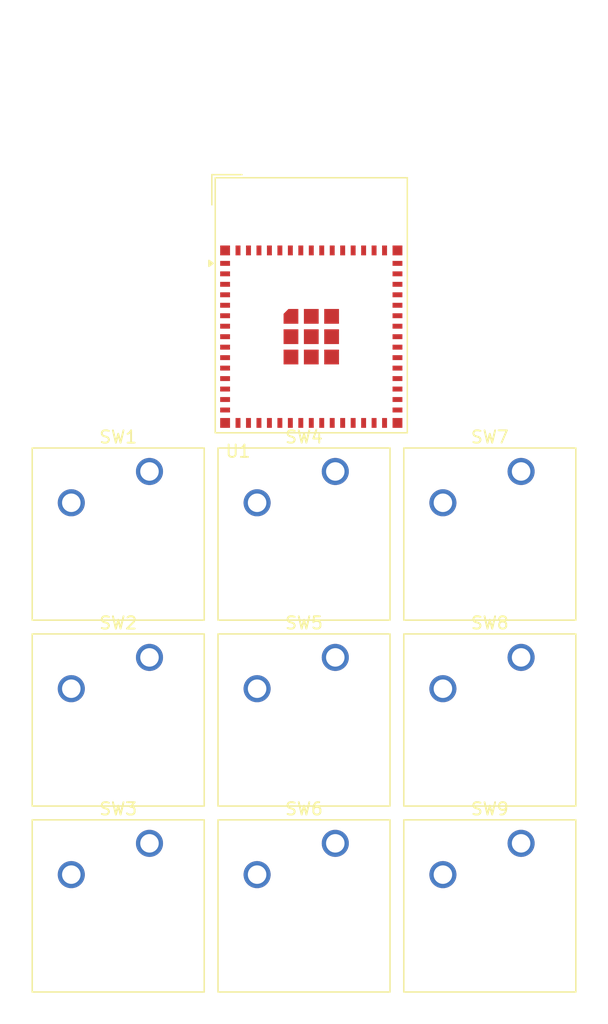
<source format=kicad_pcb>
(kicad_pcb (version 20241229) (generator "pcbnew") (generator_version "9.0")
  (layers (0 "F.Cu" signal) (2 "B.Cu" signal) (13 "F.Paste" user) (15 "B.Paste" user) (5 "F.SilkS" user "F.Silkscreen") (7 "B.SilkS" user "B.Silkscreen") (1 "F.Mask" user) (3 "B.Mask" user) (25 "Edge.Cuts" user))
  (net 0 "")
  (net 1 "Net-(SW1-Pad2)")
  (net 2 "Net-(U1-IO21)")
  (net 3 "Net-(U1-IO26)")
  (net 4 "Net-(U1-IO33)")
  (net 5 "Net-(U1-IO34)")
  (net 6 "Net-(U1-IO37)")
  (net 7 "Net-(U1-IO38)")
  (net 8 "Net-(U1-IO41)")
  (net 9 "Net-(U1-IO40)")
  (net 10 "Net-(U1-IO39)")
  (footprint "Button_Switch_Keyboard:SW_Cherry_MX_1.00u_PCB" (layer "F.Cu") (at 130.78 119.42)
    (property "Reference" "SW3" (at -2.54 -2.794 0) (layer "F.SilkS"))
    (property "Value" "SW_Push")
    (fp_line (start -9.525 -1.905) (end 4.445 -1.905) (stroke (width 0.12)) (layer "F.SilkS"))
    (fp_line (start -9.525 12.065) (end -9.525 -1.905) (stroke (width 0.12)) (layer "F.SilkS"))
    (fp_line (start 4.445 -1.905) (end 4.445 12.065) (stroke (width 0.12)) (layer "F.SilkS"))
    (fp_line (start 4.445 12.065) (end -9.525 12.065) (stroke (width 0.12)) (layer "F.SilkS"))
    (pad "" np_thru_hole circle (at -7.62 5.08) (size 1.7 1.7) (drill 1.7) (layers "*.Cu" "*.Mask"))
    (pad "" np_thru_hole circle (at -2.54 5.08) (size 4 4) (drill 4) (layers "*.Cu" "*.Mask"))
    (pad "" np_thru_hole circle (at 2.54 5.08) (size 1.7 1.7) (drill 1.7) (layers "*.Cu" "*.Mask"))
    (pad "1" thru_hole circle (at 0 0) (size 2.2 2.2) (drill 1.5) (layers "*.Cu" "*.Mask") (net 4 "Net-(U1-IO33)"))
    (pad "2" thru_hole circle (at -6.35 2.54) (size 2.2 2.2) (drill 1.5) (layers "*.Cu" "*.Mask") (net 1 "Net-(SW1-Pad2)"))
  )
  (footprint "Button_Switch_Keyboard:SW_Cherry_MX_1.00u_PCB" (layer "F.Cu") (at 145.87 104.33)
    (property "Reference" "SW5" (at -2.54 -2.794 0) (layer "F.SilkS"))
    (property "Value" "SW_Push")
    (fp_line (start -9.525 -1.905) (end 4.445 -1.905) (stroke (width 0.12)) (layer "F.SilkS"))
    (fp_line (start -9.525 12.065) (end -9.525 -1.905) (stroke (width 0.12)) (layer "F.SilkS"))
    (fp_line (start 4.445 -1.905) (end 4.445 12.065) (stroke (width 0.12)) (layer "F.SilkS"))
    (fp_line (start 4.445 12.065) (end -9.525 12.065) (stroke (width 0.12)) (layer "F.SilkS"))
    (pad "" np_thru_hole circle (at -7.62 5.08) (size 1.7 1.7) (drill 1.7) (layers "*.Cu" "*.Mask"))
    (pad "" np_thru_hole circle (at -2.54 5.08) (size 4 4) (drill 4) (layers "*.Cu" "*.Mask"))
    (pad "" np_thru_hole circle (at 2.54 5.08) (size 1.7 1.7) (drill 1.7) (layers "*.Cu" "*.Mask"))
    (pad "1" thru_hole circle (at 0 0) (size 2.2 2.2) (drill 1.5) (layers "*.Cu" "*.Mask") (net 6 "Net-(U1-IO37)"))
    (pad "2" thru_hole circle (at -6.35 2.54) (size 2.2 2.2) (drill 1.5) (layers "*.Cu" "*.Mask") (net 1 "Net-(SW1-Pad2)"))
  )
  (footprint "Button_Switch_Keyboard:SW_Cherry_MX_1.00u_PCB" (layer "F.Cu") (at 130.78 104.33)
    (property "Reference" "SW2" (at -2.54 -2.794 0) (layer "F.SilkS"))
    (property "Value" "SW_Push")
    (fp_line (start -9.525 -1.905) (end 4.445 -1.905) (stroke (width 0.12)) (layer "F.SilkS"))
    (fp_line (start -9.525 12.065) (end -9.525 -1.905) (stroke (width 0.12)) (layer "F.SilkS"))
    (fp_line (start 4.445 -1.905) (end 4.445 12.065) (stroke (width 0.12)) (layer "F.SilkS"))
    (fp_line (start 4.445 12.065) (end -9.525 12.065) (stroke (width 0.12)) (layer "F.SilkS"))
    (pad "" np_thru_hole circle (at -7.62 5.08) (size 1.7 1.7) (drill 1.7) (layers "*.Cu" "*.Mask"))
    (pad "" np_thru_hole circle (at -2.54 5.08) (size 4 4) (drill 4) (layers "*.Cu" "*.Mask"))
    (pad "" np_thru_hole circle (at 2.54 5.08) (size 1.7 1.7) (drill 1.7) (layers "*.Cu" "*.Mask"))
    (pad "1" thru_hole circle (at 0 0) (size 2.2 2.2) (drill 1.5) (layers "*.Cu" "*.Mask") (net 3 "Net-(U1-IO26)"))
    (pad "2" thru_hole circle (at -6.35 2.54) (size 2.2 2.2) (drill 1.5) (layers "*.Cu" "*.Mask") (net 1 "Net-(SW1-Pad2)"))
  )
  (footprint "Button_Switch_Keyboard:SW_Cherry_MX_1.00u_PCB" (layer "F.Cu") (at 160.96 104.33)
    (property "Reference" "SW8" (at -2.54 -2.794 0) (layer "F.SilkS"))
    (property "Value" "SW_Push")
    (fp_line (start -9.525 -1.905) (end 4.445 -1.905) (stroke (width 0.12)) (layer "F.SilkS"))
    (fp_line (start -9.525 12.065) (end -9.525 -1.905) (stroke (width 0.12)) (layer "F.SilkS"))
    (fp_line (start 4.445 -1.905) (end 4.445 12.065) (stroke (width 0.12)) (layer "F.SilkS"))
    (fp_line (start 4.445 12.065) (end -9.525 12.065) (stroke (width 0.12)) (layer "F.SilkS"))
    (pad "" np_thru_hole circle (at -7.62 5.08) (size 1.7 1.7) (drill 1.7) (layers "*.Cu" "*.Mask"))
    (pad "" np_thru_hole circle (at -2.54 5.08) (size 4 4) (drill 4) (layers "*.Cu" "*.Mask"))
    (pad "" np_thru_hole circle (at 2.54 5.08) (size 1.7 1.7) (drill 1.7) (layers "*.Cu" "*.Mask"))
    (pad "1" thru_hole circle (at 0 0) (size 2.2 2.2) (drill 1.5) (layers "*.Cu" "*.Mask") (net 9 "Net-(U1-IO40)"))
    (pad "2" thru_hole circle (at -6.35 2.54) (size 2.2 2.2) (drill 1.5) (layers "*.Cu" "*.Mask") (net 1 "Net-(SW1-Pad2)"))
  )
  (footprint "RF_Module:ESP32-S2-MINI-1" (layer "F.Cu") (at 143.92 75.75)
    (property "Reference" "U1" (at -5.95 11.85 0) (layer "F.SilkS"))
    (property "Value" "ESP32-S3-MINI-1")
    (fp_line (start -8.075 -10.6) (end -8.075 -8.15) (stroke (width 0.12)) (layer "F.SilkS"))
    (fp_line (start -8.075 -10.6) (end -5.625 -10.6) (stroke (width 0.12)) (layer "F.SilkS"))
    (fp_line (start -7.8 -10.35) (end 7.8 -10.35) (stroke (width 0.12)) (layer "F.SilkS"))
    (fp_line (start -7.8 10.35) (end -7.8 -10.35) (stroke (width 0.12)) (layer "F.SilkS"))
    (fp_line (start 7.8 -10.35) (end 7.8 10.35) (stroke (width 0.12)) (layer "F.SilkS"))
    (fp_line (start 7.8 10.35) (end -7.8 10.35) (stroke (width 0.12)) (layer "F.SilkS"))
    (fp_poly (pts (xy -7.975 -3.4) (xy -8.311 -3.16) (xy -8.311 -3.64) (xy -7.975 -3.4)) (stroke (width 0.12)) (fill yes) (layer "F.SilkS"))
    (pad "1" smd rect (at -7 -3.4) (size 0.8 0.4) (layers "F.Cu" "F.Mask" "F.Paste") (net 1 "Net-(SW1-Pad2)"))
    (pad "2" smd rect (at -7 -2.55) (size 0.8 0.4) (layers "F.Cu" "F.Mask" "F.Paste") (net 1 "Net-(SW1-Pad2)"))
    (pad "3" smd rect (at -7 -1.7) (size 0.8 0.4) (layers "F.Cu" "F.Mask" "F.Paste"))
    (pad "4" smd rect (at -7 -0.85) (size 0.8 0.4) (layers "F.Cu" "F.Mask" "F.Paste"))
    (pad "5" smd rect (at -7 0) (size 0.8 0.4) (layers "F.Cu" "F.Mask" "F.Paste"))
    (pad "6" smd rect (at -7 0.85) (size 0.8 0.4) (layers "F.Cu" "F.Mask" "F.Paste"))
    (pad "7" smd rect (at -7 1.7) (size 0.8 0.4) (layers "F.Cu" "F.Mask" "F.Paste"))
    (pad "8" smd rect (at -7 2.55) (size 0.8 0.4) (layers "F.Cu" "F.Mask" "F.Paste"))
    (pad "9" smd rect (at -7 3.4) (size 0.8 0.4) (layers "F.Cu" "F.Mask" "F.Paste"))
    (pad "10" smd rect (at -7 4.25) (size 0.8 0.4) (layers "F.Cu" "F.Mask" "F.Paste"))
    (pad "11" smd rect (at -7 5.1) (size 0.8 0.4) (layers "F.Cu" "F.Mask" "F.Paste"))
    (pad "12" smd rect (at -7 5.95) (size 0.8 0.4) (layers "F.Cu" "F.Mask" "F.Paste"))
    (pad "13" smd rect (at -7 6.8) (size 0.8 0.4) (layers "F.Cu" "F.Mask" "F.Paste"))
    (pad "14" smd rect (at -7 7.65) (size 0.8 0.4) (layers "F.Cu" "F.Mask" "F.Paste"))
    (pad "15" smd rect (at -7 8.5) (size 0.8 0.4) (layers "F.Cu" "F.Mask" "F.Paste"))
    (pad "16" smd rect (at -5.95 9.55 90) (size 0.8 0.4) (layers "F.Cu" "F.Mask" "F.Paste"))
    (pad "17" smd rect (at -5.1 9.55 90) (size 0.8 0.4) (layers "F.Cu" "F.Mask" "F.Paste"))
    (pad "18" smd rect (at -4.25 9.55 90) (size 0.8 0.4) (layers "F.Cu" "F.Mask" "F.Paste"))
    (pad "19" smd rect (at -3.4 9.55 90) (size 0.8 0.4) (layers "F.Cu" "F.Mask" "F.Paste"))
    (pad "20" smd rect (at -2.55 9.55 90) (size 0.8 0.4) (layers "F.Cu" "F.Mask" "F.Paste"))
    (pad "21" smd rect (at -1.7 9.55 90) (size 0.8 0.4) (layers "F.Cu" "F.Mask" "F.Paste"))
    (pad "22" smd rect (at -0.85 9.55 90) (size 0.8 0.4) (layers "F.Cu" "F.Mask" "F.Paste"))
    (pad "23" smd rect (at 0 9.55 90) (size 0.8 0.4) (layers "F.Cu" "F.Mask" "F.Paste"))
    (pad "24" smd rect (at 0.85 9.55 90) (size 0.8 0.4) (layers "F.Cu" "F.Mask" "F.Paste"))
    (pad "25" smd rect (at 1.7 9.55 90) (size 0.8 0.4) (layers "F.Cu" "F.Mask" "F.Paste") (net 2 "Net-(U1-IO21)"))
    (pad "26" smd rect (at 2.55 9.55 90) (size 0.8 0.4) (layers "F.Cu" "F.Mask" "F.Paste") (net 3 "Net-(U1-IO26)"))
    (pad "27" smd rect (at 3.4 9.55 90) (size 0.8 0.4) (layers "F.Cu" "F.Mask" "F.Paste"))
    (pad "28" smd rect (at 4.25 9.55 90) (size 0.8 0.4) (layers "F.Cu" "F.Mask" "F.Paste") (net 4 "Net-(U1-IO33)"))
    (pad "29" smd rect (at 5.1 9.55 90) (size 0.8 0.4) (layers "F.Cu" "F.Mask" "F.Paste") (net 5 "Net-(U1-IO34)"))
    (pad "30" smd rect (at 5.95 9.55 90) (size 0.8 0.4) (layers "F.Cu" "F.Mask" "F.Paste"))
    (pad "31" smd rect (at 7 8.5) (size 0.8 0.4) (layers "F.Cu" "F.Mask" "F.Paste"))
    (pad "32" smd rect (at 7 7.65) (size 0.8 0.4) (layers "F.Cu" "F.Mask" "F.Paste"))
    (pad "33" smd rect (at 7 6.8) (size 0.8 0.4) (layers "F.Cu" "F.Mask" "F.Paste") (net 6 "Net-(U1-IO37)"))
    (pad "34" smd rect (at 7 5.95) (size 0.8 0.4) (layers "F.Cu" "F.Mask" "F.Paste") (net 7 "Net-(U1-IO38)"))
    (pad "35" smd rect (at 7 5.1) (size 0.8 0.4) (layers "F.Cu" "F.Mask" "F.Paste") (net 10 "Net-(U1-IO39)"))
    (pad "36" smd rect (at 7 4.25) (size 0.8 0.4) (layers "F.Cu" "F.Mask" "F.Paste") (net 9 "Net-(U1-IO40)"))
    (pad "37" smd rect (at 7 3.4) (size 0.8 0.4) (layers "F.Cu" "F.Mask" "F.Paste") (net 8 "Net-(U1-IO41)"))
    (pad "38" smd rect (at 7 2.55) (size 0.8 0.4) (layers "F.Cu" "F.Mask" "F.Paste"))
    (pad "39" smd rect (at 7 1.7) (size 0.8 0.4) (layers "F.Cu" "F.Mask" "F.Paste"))
    (pad "40" smd rect (at 7 0.85) (size 0.8 0.4) (layers "F.Cu" "F.Mask" "F.Paste"))
    (pad "41" smd rect (at 7 0) (size 0.8 0.4) (layers "F.Cu" "F.Mask" "F.Paste"))
    (pad "42" smd rect (at 7 -0.85) (size 0.8 0.4) (layers "F.Cu" "F.Mask" "F.Paste") (net 1 "Net-(SW1-Pad2)"))
    (pad "43" smd rect (at 7 -1.7) (size 0.8 0.4) (layers "F.Cu" "F.Mask" "F.Paste") (net 1 "Net-(SW1-Pad2)"))
    (pad "44" smd rect (at 7 -2.55) (size 0.8 0.4) (layers "F.Cu" "F.Mask" "F.Paste"))
    (pad "45" smd rect (at 7 -3.4) (size 0.8 0.4) (layers "F.Cu" "F.Mask" "F.Paste"))
    (pad "46" smd rect (at 5.95 -4.45 90) (size 0.8 0.4) (layers "F.Cu" "F.Mask" "F.Paste") (net 1 "Net-(SW1-Pad2)"))
    (pad "47" smd rect (at 5.1 -4.45 90) (size 0.8 0.4) (layers "F.Cu" "F.Mask" "F.Paste") (net 1 "Net-(SW1-Pad2)"))
    (pad "48" smd rect (at 4.25 -4.45 90) (size 0.8 0.4) (layers "F.Cu" "F.Mask" "F.Paste") (net 1 "Net-(SW1-Pad2)"))
    (pad "49" smd rect (at 3.4 -4.45 90) (size 0.8 0.4) (layers "F.Cu" "F.Mask" "F.Paste") (net 1 "Net-(SW1-Pad2)"))
    (pad "50" smd rect (at 2.55 -4.45 90) (size 0.8 0.4) (layers "F.Cu" "F.Mask" "F.Paste") (net 1 "Net-(SW1-Pad2)"))
    (pad "51" smd rect (at 1.7 -4.45 90) (size 0.8 0.4) (layers "F.Cu" "F.Mask" "F.Paste") (net 1 "Net-(SW1-Pad2)"))
    (pad "52" smd rect (at 0.85 -4.45 90) (size 0.8 0.4) (layers "F.Cu" "F.Mask" "F.Paste") (net 1 "Net-(SW1-Pad2)"))
    (pad "53" smd rect (at 0 -4.45 90) (size 0.8 0.4) (layers "F.Cu" "F.Mask" "F.Paste") (net 1 "Net-(SW1-Pad2)"))
    (pad "54" smd rect (at -0.85 -4.45 90) (size 0.8 0.4) (layers "F.Cu" "F.Mask" "F.Paste") (net 1 "Net-(SW1-Pad2)"))
    (pad "55" smd rect (at -1.7 -4.45 90) (size 0.8 0.4) (layers "F.Cu" "F.Mask" "F.Paste") (net 1 "Net-(SW1-Pad2)"))
    (pad "56" smd rect (at -2.55 -4.45 90) (size 0.8 0.4) (layers "F.Cu" "F.Mask" "F.Paste") (net 1 "Net-(SW1-Pad2)"))
    (pad "57" smd rect (at -3.4 -4.45 90) (size 0.8 0.4) (layers "F.Cu" "F.Mask" "F.Paste") (net 1 "Net-(SW1-Pad2)"))
    (pad "58" smd rect (at -4.25 -4.45 90) (size 0.8 0.4) (layers "F.Cu" "F.Mask" "F.Paste") (net 1 "Net-(SW1-Pad2)"))
    (pad "59" smd rect (at -5.1 -4.45 90) (size 0.8 0.4) (layers "F.Cu" "F.Mask" "F.Paste") (net 1 "Net-(SW1-Pad2)"))
    (pad "60" smd rect (at -5.95 -4.45 90) (size 0.8 0.4) (layers "F.Cu" "F.Mask" "F.Paste") (net 1 "Net-(SW1-Pad2)"))
    (pad "61" smd roundrect (at -1.65 0.9) (size 1.2 1.2) (property pad_prop_heatsink) (layers "F.Cu" "F.Mask" "F.Paste") (roundrect_rratio 0) (chamfer_ratio 0.33) (chamfer top_left) (net 1 "Net-(SW1-Pad2)"))
    (pad "61" smd rect (at -1.65 2.55) (size 1.2 1.2) (property pad_prop_heatsink) (layers "F.Cu" "F.Mask" "F.Paste") (net 1 "Net-(SW1-Pad2)"))
    (pad "61" smd rect (at -1.65 4.2) (size 1.2 1.2) (property pad_prop_heatsink) (layers "F.Cu" "F.Mask" "F.Paste") (net 1 "Net-(SW1-Pad2)"))
    (pad "61" smd rect (at 0 0.9) (size 1.2 1.2) (property pad_prop_heatsink) (layers "F.Cu" "F.Mask" "F.Paste") (net 1 "Net-(SW1-Pad2)"))
    (pad "61" smd rect (at 0 2.55) (size 1.2 1.2) (property pad_prop_heatsink) (layers "F.Cu" "F.Mask" "F.Paste") (net 1 "Net-(SW1-Pad2)"))
    (pad "61" smd rect (at 0 4.2) (size 1.2 1.2) (property pad_prop_heatsink) (layers "F.Cu" "F.Mask" "F.Paste") (net 1 "Net-(SW1-Pad2)"))
    (pad "61" smd rect (at 1.65 0.9) (size 1.2 1.2) (property pad_prop_heatsink) (layers "F.Cu" "F.Mask" "F.Paste") (net 1 "Net-(SW1-Pad2)"))
    (pad "61" smd rect (at 1.65 2.55) (size 1.2 1.2) (property pad_prop_heatsink) (layers "F.Cu" "F.Mask" "F.Paste") (net 1 "Net-(SW1-Pad2)"))
    (pad "61" smd rect (at 1.65 4.2) (size 1.2 1.2) (property pad_prop_heatsink) (layers "F.Cu" "F.Mask" "F.Paste") (net 1 "Net-(SW1-Pad2)"))
    (pad "62" smd rect (at -7 -4.45) (size 0.8 0.8) (layers "F.Cu" "F.Mask" "F.Paste") (net 1 "Net-(SW1-Pad2)"))
    (pad "63" smd rect (at -7 9.55) (size 0.8 0.8) (layers "F.Cu" "F.Mask" "F.Paste") (net 1 "Net-(SW1-Pad2)"))
    (pad "64" smd rect (at 7 9.55) (size 0.8 0.8) (layers "F.Cu" "F.Mask" "F.Paste") (net 1 "Net-(SW1-Pad2)"))
    (pad "65" smd rect (at 7 -4.45) (size 0.8 0.8) (layers "F.Cu" "F.Mask" "F.Paste") (net 1 "Net-(SW1-Pad2)"))
  )
  (footprint "Button_Switch_Keyboard:SW_Cherry_MX_1.00u_PCB" (layer "F.Cu") (at 160.96 119.42)
    (property "Reference" "SW9" (at -2.54 -2.794 0) (layer "F.SilkS"))
    (property "Value" "SW_Push")
    (fp_line (start -9.525 -1.905) (end 4.445 -1.905) (stroke (width 0.12)) (layer "F.SilkS"))
    (fp_line (start -9.525 12.065) (end -9.525 -1.905) (stroke (width 0.12)) (layer "F.SilkS"))
    (fp_line (start 4.445 -1.905) (end 4.445 12.065) (stroke (width 0.12)) (layer "F.SilkS"))
    (fp_line (start 4.445 12.065) (end -9.525 12.065) (stroke (width 0.12)) (layer "F.SilkS"))
    (pad "" np_thru_hole circle (at -7.62 5.08) (size 1.7 1.7) (drill 1.7) (layers "*.Cu" "*.Mask"))
    (pad "" np_thru_hole circle (at -2.54 5.08) (size 4 4) (drill 4) (layers "*.Cu" "*.Mask"))
    (pad "" np_thru_hole circle (at 2.54 5.08) (size 1.7 1.7) (drill 1.7) (layers "*.Cu" "*.Mask"))
    (pad "1" thru_hole circle (at 0 0) (size 2.2 2.2) (drill 1.5) (layers "*.Cu" "*.Mask") (net 10 "Net-(U1-IO39)"))
    (pad "2" thru_hole circle (at -6.35 2.54) (size 2.2 2.2) (drill 1.5) (layers "*.Cu" "*.Mask") (net 1 "Net-(SW1-Pad2)"))
  )
  (footprint "Button_Switch_Keyboard:SW_Cherry_MX_1.00u_PCB" (layer "F.Cu") (at 160.96 89.24)
    (property "Reference" "SW7" (at -2.54 -2.794 0) (layer "F.SilkS"))
    (property "Value" "SW_Push")
    (fp_line (start -9.525 -1.905) (end 4.445 -1.905) (stroke (width 0.12)) (layer "F.SilkS"))
    (fp_line (start -9.525 12.065) (end -9.525 -1.905) (stroke (width 0.12)) (layer "F.SilkS"))
    (fp_line (start 4.445 -1.905) (end 4.445 12.065) (stroke (width 0.12)) (layer "F.SilkS"))
    (fp_line (start 4.445 12.065) (end -9.525 12.065) (stroke (width 0.12)) (layer "F.SilkS"))
    (pad "" np_thru_hole circle (at -7.62 5.08) (size 1.7 1.7) (drill 1.7) (layers "*.Cu" "*.Mask"))
    (pad "" np_thru_hole circle (at -2.54 5.08) (size 4 4) (drill 4) (layers "*.Cu" "*.Mask"))
    (pad "" np_thru_hole circle (at 2.54 5.08) (size 1.7 1.7) (drill 1.7) (layers "*.Cu" "*.Mask"))
    (pad "1" thru_hole circle (at 0 0) (size 2.2 2.2) (drill 1.5) (layers "*.Cu" "*.Mask") (net 8 "Net-(U1-IO41)"))
    (pad "2" thru_hole circle (at -6.35 2.54) (size 2.2 2.2) (drill 1.5) (layers "*.Cu" "*.Mask") (net 1 "Net-(SW1-Pad2)"))
  )
  (footprint "Button_Switch_Keyboard:SW_Cherry_MX_1.00u_PCB" (layer "F.Cu") (at 130.78 89.24)
    (property "Reference" "SW1" (at -2.54 -2.794 0) (layer "F.SilkS"))
    (property "Value" "SW_Push")
    (fp_line (start -9.525 -1.905) (end 4.445 -1.905) (stroke (width 0.12)) (layer "F.SilkS"))
    (fp_line (start -9.525 12.065) (end -9.525 -1.905) (stroke (width 0.12)) (layer "F.SilkS"))
    (fp_line (start 4.445 -1.905) (end 4.445 12.065) (stroke (width 0.12)) (layer "F.SilkS"))
    (fp_line (start 4.445 12.065) (end -9.525 12.065) (stroke (width 0.12)) (layer "F.SilkS"))
    (pad "" np_thru_hole circle (at -7.62 5.08) (size 1.7 1.7) (drill 1.7) (layers "*.Cu" "*.Mask"))
    (pad "" np_thru_hole circle (at -2.54 5.08) (size 4 4) (drill 4) (layers "*.Cu" "*.Mask"))
    (pad "" np_thru_hole circle (at 2.54 5.08) (size 1.7 1.7) (drill 1.7) (layers "*.Cu" "*.Mask"))
    (pad "1" thru_hole circle (at 0 0) (size 2.2 2.2) (drill 1.5) (layers "*.Cu" "*.Mask") (net 2 "Net-(U1-IO21)"))
    (pad "2" thru_hole circle (at -6.35 2.54) (size 2.2 2.2) (drill 1.5) (layers "*.Cu" "*.Mask") (net 1 "Net-(SW1-Pad2)"))
  )
  (footprint "Button_Switch_Keyboard:SW_Cherry_MX_1.00u_PCB" (layer "F.Cu") (at 145.87 119.42)
    (property "Reference" "SW6" (at -2.54 -2.794 0) (layer "F.SilkS"))
    (property "Value" "SW_Push")
    (fp_line (start -9.525 -1.905) (end 4.445 -1.905) (stroke (width 0.12)) (layer "F.SilkS"))
    (fp_line (start -9.525 12.065) (end -9.525 -1.905) (stroke (width 0.12)) (layer "F.SilkS"))
    (fp_line (start 4.445 -1.905) (end 4.445 12.065) (stroke (width 0.12)) (layer "F.SilkS"))
    (fp_line (start 4.445 12.065) (end -9.525 12.065) (stroke (width 0.12)) (layer "F.SilkS"))
    (pad "" np_thru_hole circle (at -7.62 5.08) (size 1.7 1.7) (drill 1.7) (layers "*.Cu" "*.Mask"))
    (pad "" np_thru_hole circle (at -2.54 5.08) (size 4 4) (drill 4) (layers "*.Cu" "*.Mask"))
    (pad "" np_thru_hole circle (at 2.54 5.08) (size 1.7 1.7) (drill 1.7) (layers "*.Cu" "*.Mask"))
    (pad "1" thru_hole circle (at 0 0) (size 2.2 2.2) (drill 1.5) (layers "*.Cu" "*.Mask") (net 7 "Net-(U1-IO38)"))
    (pad "2" thru_hole circle (at -6.35 2.54) (size 2.2 2.2) (drill 1.5) (layers "*.Cu" "*.Mask") (net 1 "Net-(SW1-Pad2)"))
  )
  (footprint "Button_Switch_Keyboard:SW_Cherry_MX_1.00u_PCB" (layer "F.Cu") (at 145.87 89.24)
    (property "Reference" "SW4" (at -2.54 -2.794 0) (layer "F.SilkS"))
    (property "Value" "SW_Push")
    (fp_line (start -9.525 -1.905) (end 4.445 -1.905) (stroke (width 0.12)) (layer "F.SilkS"))
    (fp_line (start -9.525 12.065) (end -9.525 -1.905) (stroke (width 0.12)) (layer "F.SilkS"))
    (fp_line (start 4.445 -1.905) (end 4.445 12.065) (stroke (width 0.12)) (layer "F.SilkS"))
    (fp_line (start 4.445 12.065) (end -9.525 12.065) (stroke (width 0.12)) (layer "F.SilkS"))
    (pad "" np_thru_hole circle (at -7.62 5.08) (size 1.7 1.7) (drill 1.7) (layers "*.Cu" "*.Mask"))
    (pad "" np_thru_hole circle (at -2.54 5.08) (size 4 4) (drill 4) (layers "*.Cu" "*.Mask"))
    (pad "" np_thru_hole circle (at 2.54 5.08) (size 1.7 1.7) (drill 1.7) (layers "*.Cu" "*.Mask"))
    (pad "1" thru_hole circle (at 0 0) (size 2.2 2.2) (drill 1.5) (layers "*.Cu" "*.Mask") (net 5 "Net-(U1-IO34)"))
    (pad "2" thru_hole circle (at -6.35 2.54) (size 2.2 2.2) (drill 1.5) (layers "*.Cu" "*.Mask") (net 1 "Net-(SW1-Pad2)"))
  )
)
</source>
